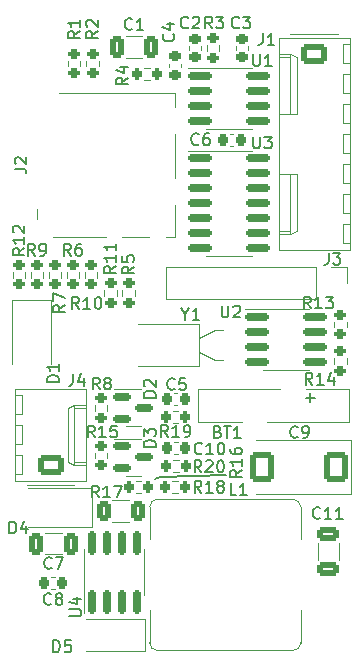
<source format=gto>
G04 #@! TF.GenerationSoftware,KiCad,Pcbnew,6.0.0-d3dd2cf0fa~116~ubuntu18.04.1*
G04 #@! TF.CreationDate,2023-02-13T16:22:56+00:00*
G04 #@! TF.ProjectId,RemoteESP32,52656d6f-7465-4455-9350-33322e6b6963,rev?*
G04 #@! TF.SameCoordinates,Original*
G04 #@! TF.FileFunction,Legend,Top*
G04 #@! TF.FilePolarity,Positive*
%FSLAX46Y46*%
G04 Gerber Fmt 4.6, Leading zero omitted, Abs format (unit mm)*
G04 Created by KiCad (PCBNEW 6.0.0-d3dd2cf0fa~116~ubuntu18.04.1) date 2023-02-13 16:22:56*
%MOMM*%
%LPD*%
G01*
G04 APERTURE LIST*
G04 Aperture macros list*
%AMRoundRect*
0 Rectangle with rounded corners*
0 $1 Rounding radius*
0 $2 $3 $4 $5 $6 $7 $8 $9 X,Y pos of 4 corners*
0 Add a 4 corners polygon primitive as box body*
4,1,4,$2,$3,$4,$5,$6,$7,$8,$9,$2,$3,0*
0 Add four circle primitives for the rounded corners*
1,1,$1+$1,$2,$3*
1,1,$1+$1,$4,$5*
1,1,$1+$1,$6,$7*
1,1,$1+$1,$8,$9*
0 Add four rect primitives between the rounded corners*
20,1,$1+$1,$2,$3,$4,$5,0*
20,1,$1+$1,$4,$5,$6,$7,0*
20,1,$1+$1,$6,$7,$8,$9,0*
20,1,$1+$1,$8,$9,$2,$3,0*%
G04 Aperture macros list end*
%ADD10C,0.150000*%
%ADD11C,0.120000*%
%ADD12R,1.200000X1.200000*%
%ADD13R,10.500000X3.200000*%
%ADD14C,1.000000*%
%ADD15RoundRect,0.225000X-0.250000X0.225000X-0.250000X-0.225000X0.250000X-0.225000X0.250000X0.225000X0*%
%ADD16RoundRect,0.200000X-0.275000X0.200000X-0.275000X-0.200000X0.275000X-0.200000X0.275000X0.200000X0*%
%ADD17RoundRect,0.150000X-0.825000X-0.150000X0.825000X-0.150000X0.825000X0.150000X-0.825000X0.150000X0*%
%ADD18RoundRect,0.200000X0.275000X-0.200000X0.275000X0.200000X-0.275000X0.200000X-0.275000X-0.200000X0*%
%ADD19RoundRect,0.150000X-0.587500X-0.150000X0.587500X-0.150000X0.587500X0.150000X-0.587500X0.150000X0*%
%ADD20RoundRect,0.225000X0.225000X0.250000X-0.225000X0.250000X-0.225000X-0.250000X0.225000X-0.250000X0*%
%ADD21RoundRect,0.200000X0.200000X0.275000X-0.200000X0.275000X-0.200000X-0.275000X0.200000X-0.275000X0*%
%ADD22R,1.700000X1.700000*%
%ADD23O,1.700000X1.700000*%
%ADD24R,1.400000X2.100000*%
%ADD25RoundRect,0.250000X0.312500X0.625000X-0.312500X0.625000X-0.312500X-0.625000X0.312500X-0.625000X0*%
%ADD26C,2.200000*%
%ADD27R,1.800000X2.500000*%
%ADD28R,2.900000X5.400000*%
%ADD29R,2.500000X1.800000*%
%ADD30RoundRect,0.225000X-0.225000X-0.250000X0.225000X-0.250000X0.225000X0.250000X-0.225000X0.250000X0*%
%ADD31RoundRect,0.250000X0.787500X1.025000X-0.787500X1.025000X-0.787500X-1.025000X0.787500X-1.025000X0*%
%ADD32R,1.100000X0.850000*%
%ADD33R,1.100000X0.750000*%
%ADD34R,1.000000X1.200000*%
%ADD35R,1.800000X1.170000*%
%ADD36R,1.350000X1.900000*%
%ADD37R,1.350000X1.550000*%
%ADD38R,1.600000X1.600000*%
%ADD39C,1.600000*%
%ADD40RoundRect,0.250000X0.325000X0.650000X-0.325000X0.650000X-0.325000X-0.650000X0.325000X-0.650000X0*%
%ADD41RoundRect,0.200000X-0.200000X-0.275000X0.200000X-0.275000X0.200000X0.275000X-0.200000X0.275000X0*%
%ADD42RoundRect,0.250000X0.845000X-0.620000X0.845000X0.620000X-0.845000X0.620000X-0.845000X-0.620000X0*%
%ADD43O,2.190000X1.740000*%
%ADD44RoundRect,0.150000X0.150000X-0.825000X0.150000X0.825000X-0.150000X0.825000X-0.150000X-0.825000X0*%
%ADD45RoundRect,0.250000X-0.650000X0.325000X-0.650000X-0.325000X0.650000X-0.325000X0.650000X0.325000X0*%
%ADD46RoundRect,0.250000X-0.845000X0.620000X-0.845000X-0.620000X0.845000X-0.620000X0.845000X0.620000X0*%
G04 APERTURE END LIST*
D10*
X140665200Y-120040400D02*
X141122400Y-119837200D01*
X141122400Y-119837200D02*
X146710400Y-119684800D01*
X143237009Y-106046590D02*
X143237009Y-106522780D01*
X142903676Y-105522780D02*
X143237009Y-106046590D01*
X143570342Y-105522780D01*
X144427485Y-106522780D02*
X143856057Y-106522780D01*
X144141771Y-106522780D02*
X144141771Y-105522780D01*
X144046533Y-105665638D01*
X143951295Y-105760876D01*
X143856057Y-105808495D01*
X147788333Y-81764142D02*
X147740714Y-81811761D01*
X147597857Y-81859380D01*
X147502619Y-81859380D01*
X147359761Y-81811761D01*
X147264523Y-81716523D01*
X147216904Y-81621285D01*
X147169285Y-81430809D01*
X147169285Y-81287952D01*
X147216904Y-81097476D01*
X147264523Y-81002238D01*
X147359761Y-80907000D01*
X147502619Y-80859380D01*
X147597857Y-80859380D01*
X147740714Y-80907000D01*
X147788333Y-80954619D01*
X148121666Y-80859380D02*
X148740714Y-80859380D01*
X148407380Y-81240333D01*
X148550238Y-81240333D01*
X148645476Y-81287952D01*
X148693095Y-81335571D01*
X148740714Y-81430809D01*
X148740714Y-81668904D01*
X148693095Y-81764142D01*
X148645476Y-81811761D01*
X148550238Y-81859380D01*
X148264523Y-81859380D01*
X148169285Y-81811761D01*
X148121666Y-81764142D01*
X130490933Y-101087180D02*
X130157600Y-100610990D01*
X129919504Y-101087180D02*
X129919504Y-100087180D01*
X130300457Y-100087180D01*
X130395695Y-100134800D01*
X130443314Y-100182419D01*
X130490933Y-100277657D01*
X130490933Y-100420514D01*
X130443314Y-100515752D01*
X130395695Y-100563371D01*
X130300457Y-100610990D01*
X129919504Y-100610990D01*
X130967123Y-101087180D02*
X131157600Y-101087180D01*
X131252838Y-101039561D01*
X131300457Y-100991942D01*
X131395695Y-100849085D01*
X131443314Y-100658609D01*
X131443314Y-100277657D01*
X131395695Y-100182419D01*
X131348076Y-100134800D01*
X131252838Y-100087180D01*
X131062361Y-100087180D01*
X130967123Y-100134800D01*
X130919504Y-100182419D01*
X130871885Y-100277657D01*
X130871885Y-100515752D01*
X130919504Y-100610990D01*
X130967123Y-100658609D01*
X131062361Y-100706228D01*
X131252838Y-100706228D01*
X131348076Y-100658609D01*
X131395695Y-100610990D01*
X131443314Y-100515752D01*
X148971095Y-91019380D02*
X148971095Y-91828904D01*
X149018714Y-91924142D01*
X149066333Y-91971761D01*
X149161571Y-92019380D01*
X149352047Y-92019380D01*
X149447285Y-91971761D01*
X149494904Y-91924142D01*
X149542523Y-91828904D01*
X149542523Y-91019380D01*
X149923476Y-91019380D02*
X150542523Y-91019380D01*
X150209190Y-91400333D01*
X150352047Y-91400333D01*
X150447285Y-91447952D01*
X150494904Y-91495571D01*
X150542523Y-91590809D01*
X150542523Y-91828904D01*
X150494904Y-91924142D01*
X150447285Y-91971761D01*
X150352047Y-92019380D01*
X150066333Y-92019380D01*
X149971095Y-91971761D01*
X149923476Y-91924142D01*
X137358380Y-101988857D02*
X136882190Y-102322190D01*
X137358380Y-102560285D02*
X136358380Y-102560285D01*
X136358380Y-102179333D01*
X136406000Y-102084095D01*
X136453619Y-102036476D01*
X136548857Y-101988857D01*
X136691714Y-101988857D01*
X136786952Y-102036476D01*
X136834571Y-102084095D01*
X136882190Y-102179333D01*
X136882190Y-102560285D01*
X137358380Y-101036476D02*
X137358380Y-101607904D01*
X137358380Y-101322190D02*
X136358380Y-101322190D01*
X136501238Y-101417428D01*
X136596476Y-101512666D01*
X136644095Y-101607904D01*
X137358380Y-100084095D02*
X137358380Y-100655523D01*
X137358380Y-100369809D02*
X136358380Y-100369809D01*
X136501238Y-100465047D01*
X136596476Y-100560285D01*
X136644095Y-100655523D01*
X145502333Y-81859380D02*
X145169000Y-81383190D01*
X144930904Y-81859380D02*
X144930904Y-80859380D01*
X145311857Y-80859380D01*
X145407095Y-80907000D01*
X145454714Y-80954619D01*
X145502333Y-81049857D01*
X145502333Y-81192714D01*
X145454714Y-81287952D01*
X145407095Y-81335571D01*
X145311857Y-81383190D01*
X144930904Y-81383190D01*
X145835666Y-80859380D02*
X146454714Y-80859380D01*
X146121380Y-81240333D01*
X146264238Y-81240333D01*
X146359476Y-81287952D01*
X146407095Y-81335571D01*
X146454714Y-81430809D01*
X146454714Y-81668904D01*
X146407095Y-81764142D01*
X146359476Y-81811761D01*
X146264238Y-81859380D01*
X145978523Y-81859380D01*
X145883285Y-81811761D01*
X145835666Y-81764142D01*
X140711180Y-113107695D02*
X139711180Y-113107695D01*
X139711180Y-112869600D01*
X139758800Y-112726742D01*
X139854038Y-112631504D01*
X139949276Y-112583885D01*
X140139752Y-112536266D01*
X140282609Y-112536266D01*
X140473085Y-112583885D01*
X140568323Y-112631504D01*
X140663561Y-112726742D01*
X140711180Y-112869600D01*
X140711180Y-113107695D01*
X139806419Y-112155314D02*
X139758800Y-112107695D01*
X139711180Y-112012457D01*
X139711180Y-111774361D01*
X139758800Y-111679123D01*
X139806419Y-111631504D01*
X139901657Y-111583885D01*
X139996895Y-111583885D01*
X140139752Y-111631504D01*
X140711180Y-112202933D01*
X140711180Y-111583885D01*
X131862533Y-130565142D02*
X131814914Y-130612761D01*
X131672057Y-130660380D01*
X131576819Y-130660380D01*
X131433961Y-130612761D01*
X131338723Y-130517523D01*
X131291104Y-130422285D01*
X131243485Y-130231809D01*
X131243485Y-130088952D01*
X131291104Y-129898476D01*
X131338723Y-129803238D01*
X131433961Y-129708000D01*
X131576819Y-129660380D01*
X131672057Y-129660380D01*
X131814914Y-129708000D01*
X131862533Y-129755619D01*
X132433961Y-130088952D02*
X132338723Y-130041333D01*
X132291104Y-129993714D01*
X132243485Y-129898476D01*
X132243485Y-129850857D01*
X132291104Y-129755619D01*
X132338723Y-129708000D01*
X132433961Y-129660380D01*
X132624438Y-129660380D01*
X132719676Y-129708000D01*
X132767295Y-129755619D01*
X132814914Y-129850857D01*
X132814914Y-129898476D01*
X132767295Y-129993714D01*
X132719676Y-130041333D01*
X132624438Y-130088952D01*
X132433961Y-130088952D01*
X132338723Y-130136571D01*
X132291104Y-130184190D01*
X132243485Y-130279428D01*
X132243485Y-130469904D01*
X132291104Y-130565142D01*
X132338723Y-130612761D01*
X132433961Y-130660380D01*
X132624438Y-130660380D01*
X132719676Y-130612761D01*
X132767295Y-130565142D01*
X132814914Y-130469904D01*
X132814914Y-130279428D01*
X132767295Y-130184190D01*
X132719676Y-130136571D01*
X132624438Y-130088952D01*
X138374380Y-86018666D02*
X137898190Y-86352000D01*
X138374380Y-86590095D02*
X137374380Y-86590095D01*
X137374380Y-86209142D01*
X137422000Y-86113904D01*
X137469619Y-86066285D01*
X137564857Y-86018666D01*
X137707714Y-86018666D01*
X137802952Y-86066285D01*
X137850571Y-86113904D01*
X137898190Y-86209142D01*
X137898190Y-86590095D01*
X137707714Y-85161523D02*
X138374380Y-85161523D01*
X137326761Y-85399619D02*
X138041047Y-85637714D01*
X138041047Y-85018666D01*
X155368666Y-100849180D02*
X155368666Y-101563466D01*
X155321047Y-101706323D01*
X155225809Y-101801561D01*
X155082952Y-101849180D01*
X154987714Y-101849180D01*
X155749619Y-100849180D02*
X156368666Y-100849180D01*
X156035333Y-101230133D01*
X156178190Y-101230133D01*
X156273428Y-101277752D01*
X156321047Y-101325371D01*
X156368666Y-101420609D01*
X156368666Y-101658704D01*
X156321047Y-101753942D01*
X156273428Y-101801561D01*
X156178190Y-101849180D01*
X155892476Y-101849180D01*
X155797238Y-101801561D01*
X155749619Y-101753942D01*
X142216142Y-82335666D02*
X142263761Y-82383285D01*
X142311380Y-82526142D01*
X142311380Y-82621380D01*
X142263761Y-82764238D01*
X142168523Y-82859476D01*
X142073285Y-82907095D01*
X141882809Y-82954714D01*
X141739952Y-82954714D01*
X141549476Y-82907095D01*
X141454238Y-82859476D01*
X141359000Y-82764238D01*
X141311380Y-82621380D01*
X141311380Y-82526142D01*
X141359000Y-82383285D01*
X141406619Y-82335666D01*
X141644714Y-81478523D02*
X142311380Y-81478523D01*
X141263761Y-81716619D02*
X141978047Y-81954714D01*
X141978047Y-81335666D01*
X129611380Y-100464857D02*
X129135190Y-100798190D01*
X129611380Y-101036285D02*
X128611380Y-101036285D01*
X128611380Y-100655333D01*
X128659000Y-100560095D01*
X128706619Y-100512476D01*
X128801857Y-100464857D01*
X128944714Y-100464857D01*
X129039952Y-100512476D01*
X129087571Y-100560095D01*
X129135190Y-100655333D01*
X129135190Y-101036285D01*
X129611380Y-99512476D02*
X129611380Y-100083904D01*
X129611380Y-99798190D02*
X128611380Y-99798190D01*
X128754238Y-99893428D01*
X128849476Y-99988666D01*
X128897095Y-100083904D01*
X128706619Y-99131523D02*
X128659000Y-99083904D01*
X128611380Y-98988666D01*
X128611380Y-98750571D01*
X128659000Y-98655333D01*
X128706619Y-98607714D01*
X128801857Y-98560095D01*
X128897095Y-98560095D01*
X129039952Y-98607714D01*
X129611380Y-99179142D01*
X129611380Y-98560095D01*
X143470333Y-81764142D02*
X143422714Y-81811761D01*
X143279857Y-81859380D01*
X143184619Y-81859380D01*
X143041761Y-81811761D01*
X142946523Y-81716523D01*
X142898904Y-81621285D01*
X142851285Y-81430809D01*
X142851285Y-81287952D01*
X142898904Y-81097476D01*
X142946523Y-81002238D01*
X143041761Y-80907000D01*
X143184619Y-80859380D01*
X143279857Y-80859380D01*
X143422714Y-80907000D01*
X143470333Y-80954619D01*
X143851285Y-80954619D02*
X143898904Y-80907000D01*
X143994142Y-80859380D01*
X144232238Y-80859380D01*
X144327476Y-80907000D01*
X144375095Y-80954619D01*
X144422714Y-81049857D01*
X144422714Y-81145095D01*
X144375095Y-81287952D01*
X143803666Y-81859380D01*
X144422714Y-81859380D01*
X132053104Y-134665980D02*
X132053104Y-133665980D01*
X132291200Y-133665980D01*
X132434057Y-133713600D01*
X132529295Y-133808838D01*
X132576914Y-133904076D01*
X132624533Y-134094552D01*
X132624533Y-134237409D01*
X132576914Y-134427885D01*
X132529295Y-134523123D01*
X132434057Y-134618361D01*
X132291200Y-134665980D01*
X132053104Y-134665980D01*
X133529295Y-133665980D02*
X133053104Y-133665980D01*
X133005485Y-134142171D01*
X133053104Y-134094552D01*
X133148342Y-134046933D01*
X133386438Y-134046933D01*
X133481676Y-134094552D01*
X133529295Y-134142171D01*
X133576914Y-134237409D01*
X133576914Y-134475504D01*
X133529295Y-134570742D01*
X133481676Y-134618361D01*
X133386438Y-134665980D01*
X133148342Y-134665980D01*
X133053104Y-134618361D01*
X133005485Y-134570742D01*
X134231142Y-105608380D02*
X133897809Y-105132190D01*
X133659714Y-105608380D02*
X133659714Y-104608380D01*
X134040666Y-104608380D01*
X134135904Y-104656000D01*
X134183523Y-104703619D01*
X134231142Y-104798857D01*
X134231142Y-104941714D01*
X134183523Y-105036952D01*
X134135904Y-105084571D01*
X134040666Y-105132190D01*
X133659714Y-105132190D01*
X135183523Y-105608380D02*
X134612095Y-105608380D01*
X134897809Y-105608380D02*
X134897809Y-104608380D01*
X134802571Y-104751238D01*
X134707333Y-104846476D01*
X134612095Y-104894095D01*
X135802571Y-104608380D02*
X135897809Y-104608380D01*
X135993047Y-104656000D01*
X136040666Y-104703619D01*
X136088285Y-104798857D01*
X136135904Y-104989333D01*
X136135904Y-105227428D01*
X136088285Y-105417904D01*
X136040666Y-105513142D01*
X135993047Y-105560761D01*
X135897809Y-105608380D01*
X135802571Y-105608380D01*
X135707333Y-105560761D01*
X135659714Y-105513142D01*
X135612095Y-105417904D01*
X135564476Y-105227428D01*
X135564476Y-104989333D01*
X135612095Y-104798857D01*
X135659714Y-104703619D01*
X135707333Y-104656000D01*
X135802571Y-104608380D01*
X135907542Y-121559580D02*
X135574209Y-121083390D01*
X135336114Y-121559580D02*
X135336114Y-120559580D01*
X135717066Y-120559580D01*
X135812304Y-120607200D01*
X135859923Y-120654819D01*
X135907542Y-120750057D01*
X135907542Y-120892914D01*
X135859923Y-120988152D01*
X135812304Y-121035771D01*
X135717066Y-121083390D01*
X135336114Y-121083390D01*
X136859923Y-121559580D02*
X136288495Y-121559580D01*
X136574209Y-121559580D02*
X136574209Y-120559580D01*
X136478971Y-120702438D01*
X136383733Y-120797676D01*
X136288495Y-120845295D01*
X137193257Y-120559580D02*
X137859923Y-120559580D01*
X137431352Y-121559580D01*
X144594342Y-119425980D02*
X144261009Y-118949790D01*
X144022914Y-119425980D02*
X144022914Y-118425980D01*
X144403866Y-118425980D01*
X144499104Y-118473600D01*
X144546723Y-118521219D01*
X144594342Y-118616457D01*
X144594342Y-118759314D01*
X144546723Y-118854552D01*
X144499104Y-118902171D01*
X144403866Y-118949790D01*
X144022914Y-118949790D01*
X144975295Y-118521219D02*
X145022914Y-118473600D01*
X145118152Y-118425980D01*
X145356247Y-118425980D01*
X145451485Y-118473600D01*
X145499104Y-118521219D01*
X145546723Y-118616457D01*
X145546723Y-118711695D01*
X145499104Y-118854552D01*
X144927676Y-119425980D01*
X145546723Y-119425980D01*
X146165771Y-118425980D02*
X146261009Y-118425980D01*
X146356247Y-118473600D01*
X146403866Y-118521219D01*
X146451485Y-118616457D01*
X146499104Y-118806933D01*
X146499104Y-119045028D01*
X146451485Y-119235504D01*
X146403866Y-119330742D01*
X146356247Y-119378361D01*
X146261009Y-119425980D01*
X146165771Y-119425980D01*
X146070533Y-119378361D01*
X146022914Y-119330742D01*
X145975295Y-119235504D01*
X145927676Y-119045028D01*
X145927676Y-118806933D01*
X145975295Y-118616457D01*
X146022914Y-118521219D01*
X146070533Y-118473600D01*
X146165771Y-118425980D01*
X141749542Y-116428780D02*
X141416209Y-115952590D01*
X141178114Y-116428780D02*
X141178114Y-115428780D01*
X141559066Y-115428780D01*
X141654304Y-115476400D01*
X141701923Y-115524019D01*
X141749542Y-115619257D01*
X141749542Y-115762114D01*
X141701923Y-115857352D01*
X141654304Y-115904971D01*
X141559066Y-115952590D01*
X141178114Y-115952590D01*
X142701923Y-116428780D02*
X142130495Y-116428780D01*
X142416209Y-116428780D02*
X142416209Y-115428780D01*
X142320971Y-115571638D01*
X142225733Y-115666876D01*
X142130495Y-115714495D01*
X143178114Y-116428780D02*
X143368590Y-116428780D01*
X143463828Y-116381161D01*
X143511447Y-116333542D01*
X143606685Y-116190685D01*
X143654304Y-116000209D01*
X143654304Y-115619257D01*
X143606685Y-115524019D01*
X143559066Y-115476400D01*
X143463828Y-115428780D01*
X143273352Y-115428780D01*
X143178114Y-115476400D01*
X143130495Y-115524019D01*
X143082876Y-115619257D01*
X143082876Y-115857352D01*
X143130495Y-115952590D01*
X143178114Y-116000209D01*
X143273352Y-116047828D01*
X143463828Y-116047828D01*
X143559066Y-116000209D01*
X143606685Y-115952590D01*
X143654304Y-115857352D01*
X135977333Y-112415580D02*
X135644000Y-111939390D01*
X135405904Y-112415580D02*
X135405904Y-111415580D01*
X135786857Y-111415580D01*
X135882095Y-111463200D01*
X135929714Y-111510819D01*
X135977333Y-111606057D01*
X135977333Y-111748914D01*
X135929714Y-111844152D01*
X135882095Y-111891771D01*
X135786857Y-111939390D01*
X135405904Y-111939390D01*
X136548761Y-111844152D02*
X136453523Y-111796533D01*
X136405904Y-111748914D01*
X136358285Y-111653676D01*
X136358285Y-111606057D01*
X136405904Y-111510819D01*
X136453523Y-111463200D01*
X136548761Y-111415580D01*
X136739238Y-111415580D01*
X136834476Y-111463200D01*
X136882095Y-111510819D01*
X136929714Y-111606057D01*
X136929714Y-111653676D01*
X136882095Y-111748914D01*
X136834476Y-111796533D01*
X136739238Y-111844152D01*
X136548761Y-111844152D01*
X136453523Y-111891771D01*
X136405904Y-111939390D01*
X136358285Y-112034628D01*
X136358285Y-112225104D01*
X136405904Y-112320342D01*
X136453523Y-112367961D01*
X136548761Y-112415580D01*
X136739238Y-112415580D01*
X136834476Y-112367961D01*
X136882095Y-112320342D01*
X136929714Y-112225104D01*
X136929714Y-112034628D01*
X136882095Y-111939390D01*
X136834476Y-111891771D01*
X136739238Y-111844152D01*
X132532380Y-111786895D02*
X131532380Y-111786895D01*
X131532380Y-111548800D01*
X131580000Y-111405942D01*
X131675238Y-111310704D01*
X131770476Y-111263085D01*
X131960952Y-111215466D01*
X132103809Y-111215466D01*
X132294285Y-111263085D01*
X132389523Y-111310704D01*
X132484761Y-111405942D01*
X132532380Y-111548800D01*
X132532380Y-111786895D01*
X132532380Y-110263085D02*
X132532380Y-110834514D01*
X132532380Y-110548800D02*
X131532380Y-110548800D01*
X131675238Y-110644038D01*
X131770476Y-110739276D01*
X131818095Y-110834514D01*
X146304095Y-105319580D02*
X146304095Y-106129104D01*
X146351714Y-106224342D01*
X146399333Y-106271961D01*
X146494571Y-106319580D01*
X146685047Y-106319580D01*
X146780285Y-106271961D01*
X146827904Y-106224342D01*
X146875523Y-106129104D01*
X146875523Y-105319580D01*
X147304095Y-105414819D02*
X147351714Y-105367200D01*
X147446952Y-105319580D01*
X147685047Y-105319580D01*
X147780285Y-105367200D01*
X147827904Y-105414819D01*
X147875523Y-105510057D01*
X147875523Y-105605295D01*
X147827904Y-105748152D01*
X147256476Y-106319580D01*
X147875523Y-106319580D01*
X147559733Y-121356380D02*
X147083542Y-121356380D01*
X147083542Y-120356380D01*
X148416876Y-121356380D02*
X147845447Y-121356380D01*
X148131161Y-121356380D02*
X148131161Y-120356380D01*
X148035923Y-120499238D01*
X147940685Y-120594476D01*
X147845447Y-120642095D01*
X133040380Y-105271866D02*
X132564190Y-105605200D01*
X133040380Y-105843295D02*
X132040380Y-105843295D01*
X132040380Y-105462342D01*
X132088000Y-105367104D01*
X132135619Y-105319485D01*
X132230857Y-105271866D01*
X132373714Y-105271866D01*
X132468952Y-105319485D01*
X132516571Y-105367104D01*
X132564190Y-105462342D01*
X132564190Y-105843295D01*
X132040380Y-104938533D02*
X132040380Y-104271866D01*
X133040380Y-104700438D01*
X128344704Y-124607580D02*
X128344704Y-123607580D01*
X128582800Y-123607580D01*
X128725657Y-123655200D01*
X128820895Y-123750438D01*
X128868514Y-123845676D01*
X128916133Y-124036152D01*
X128916133Y-124179009D01*
X128868514Y-124369485D01*
X128820895Y-124464723D01*
X128725657Y-124559961D01*
X128582800Y-124607580D01*
X128344704Y-124607580D01*
X129773276Y-123940914D02*
X129773276Y-124607580D01*
X129535180Y-123559961D02*
X129297085Y-124274247D01*
X129916133Y-124274247D01*
X144359333Y-91644742D02*
X144311714Y-91692361D01*
X144168857Y-91739980D01*
X144073619Y-91739980D01*
X143930761Y-91692361D01*
X143835523Y-91597123D01*
X143787904Y-91501885D01*
X143740285Y-91311409D01*
X143740285Y-91168552D01*
X143787904Y-90978076D01*
X143835523Y-90882838D01*
X143930761Y-90787600D01*
X144073619Y-90739980D01*
X144168857Y-90739980D01*
X144311714Y-90787600D01*
X144359333Y-90835219D01*
X145216476Y-90739980D02*
X145026000Y-90739980D01*
X144930761Y-90787600D01*
X144883142Y-90835219D01*
X144787904Y-90978076D01*
X144740285Y-91168552D01*
X144740285Y-91549504D01*
X144787904Y-91644742D01*
X144835523Y-91692361D01*
X144930761Y-91739980D01*
X145121238Y-91739980D01*
X145216476Y-91692361D01*
X145264095Y-91644742D01*
X145311714Y-91549504D01*
X145311714Y-91311409D01*
X145264095Y-91216171D01*
X145216476Y-91168552D01*
X145121238Y-91120933D01*
X144930761Y-91120933D01*
X144835523Y-91168552D01*
X144787904Y-91216171D01*
X144740285Y-91311409D01*
X152741333Y-116435142D02*
X152693714Y-116482761D01*
X152550857Y-116530380D01*
X152455619Y-116530380D01*
X152312761Y-116482761D01*
X152217523Y-116387523D01*
X152169904Y-116292285D01*
X152122285Y-116101809D01*
X152122285Y-115958952D01*
X152169904Y-115768476D01*
X152217523Y-115673238D01*
X152312761Y-115578000D01*
X152455619Y-115530380D01*
X152550857Y-115530380D01*
X152693714Y-115578000D01*
X152741333Y-115625619D01*
X153217523Y-116530380D02*
X153408000Y-116530380D01*
X153503238Y-116482761D01*
X153550857Y-116435142D01*
X153646095Y-116292285D01*
X153693714Y-116101809D01*
X153693714Y-115720857D01*
X153646095Y-115625619D01*
X153598476Y-115578000D01*
X153503238Y-115530380D01*
X153312761Y-115530380D01*
X153217523Y-115578000D01*
X153169904Y-115625619D01*
X153122285Y-115720857D01*
X153122285Y-115958952D01*
X153169904Y-116054190D01*
X153217523Y-116101809D01*
X153312761Y-116149428D01*
X153503238Y-116149428D01*
X153598476Y-116101809D01*
X153646095Y-116054190D01*
X153693714Y-115958952D01*
X140711180Y-117273295D02*
X139711180Y-117273295D01*
X139711180Y-117035200D01*
X139758800Y-116892342D01*
X139854038Y-116797104D01*
X139949276Y-116749485D01*
X140139752Y-116701866D01*
X140282609Y-116701866D01*
X140473085Y-116749485D01*
X140568323Y-116797104D01*
X140663561Y-116892342D01*
X140711180Y-117035200D01*
X140711180Y-117273295D01*
X139711180Y-116368533D02*
X139711180Y-115749485D01*
X140092133Y-116082819D01*
X140092133Y-115939961D01*
X140139752Y-115844723D01*
X140187371Y-115797104D01*
X140282609Y-115749485D01*
X140520704Y-115749485D01*
X140615942Y-115797104D01*
X140663561Y-115844723D01*
X140711180Y-115939961D01*
X140711180Y-116225676D01*
X140663561Y-116320914D01*
X140615942Y-116368533D01*
X128771980Y-93744133D02*
X129486266Y-93744133D01*
X129629123Y-93791752D01*
X129724361Y-93886990D01*
X129771980Y-94029847D01*
X129771980Y-94125085D01*
X128867219Y-93315561D02*
X128819600Y-93267942D01*
X128771980Y-93172704D01*
X128771980Y-92934609D01*
X128819600Y-92839371D01*
X128867219Y-92791752D01*
X128962457Y-92744133D01*
X129057695Y-92744133D01*
X129200552Y-92791752D01*
X129771980Y-93363180D01*
X129771980Y-92744133D01*
X145975485Y-116006571D02*
X146118342Y-116054190D01*
X146165961Y-116101809D01*
X146213580Y-116197047D01*
X146213580Y-116339904D01*
X146165961Y-116435142D01*
X146118342Y-116482761D01*
X146023104Y-116530380D01*
X145642152Y-116530380D01*
X145642152Y-115530380D01*
X145975485Y-115530380D01*
X146070723Y-115578000D01*
X146118342Y-115625619D01*
X146165961Y-115720857D01*
X146165961Y-115816095D01*
X146118342Y-115911333D01*
X146070723Y-115958952D01*
X145975485Y-116006571D01*
X145642152Y-116006571D01*
X146499295Y-115530380D02*
X147070723Y-115530380D01*
X146785009Y-116530380D02*
X146785009Y-115530380D01*
X147927866Y-116530380D02*
X147356438Y-116530380D01*
X147642152Y-116530380D02*
X147642152Y-115530380D01*
X147546914Y-115673238D01*
X147451676Y-115768476D01*
X147356438Y-115816095D01*
X153427647Y-113128028D02*
X154189552Y-113128028D01*
X153808600Y-113508980D02*
X153808600Y-112747076D01*
X131913333Y-127509542D02*
X131865714Y-127557161D01*
X131722857Y-127604780D01*
X131627619Y-127604780D01*
X131484761Y-127557161D01*
X131389523Y-127461923D01*
X131341904Y-127366685D01*
X131294285Y-127176209D01*
X131294285Y-127033352D01*
X131341904Y-126842876D01*
X131389523Y-126747638D01*
X131484761Y-126652400D01*
X131627619Y-126604780D01*
X131722857Y-126604780D01*
X131865714Y-126652400D01*
X131913333Y-126700019D01*
X132246666Y-126604780D02*
X132913333Y-126604780D01*
X132484761Y-127604780D01*
X138882380Y-102020666D02*
X138406190Y-102354000D01*
X138882380Y-102592095D02*
X137882380Y-102592095D01*
X137882380Y-102211142D01*
X137930000Y-102115904D01*
X137977619Y-102068285D01*
X138072857Y-102020666D01*
X138215714Y-102020666D01*
X138310952Y-102068285D01*
X138358571Y-102115904D01*
X138406190Y-102211142D01*
X138406190Y-102592095D01*
X137882380Y-101115904D02*
X137882380Y-101592095D01*
X138358571Y-101639714D01*
X138310952Y-101592095D01*
X138263333Y-101496857D01*
X138263333Y-101258761D01*
X138310952Y-101163523D01*
X138358571Y-101115904D01*
X138453809Y-101068285D01*
X138691904Y-101068285D01*
X138787142Y-101115904D01*
X138834761Y-101163523D01*
X138882380Y-101258761D01*
X138882380Y-101496857D01*
X138834761Y-101592095D01*
X138787142Y-101639714D01*
X148026380Y-119260857D02*
X147550190Y-119594190D01*
X148026380Y-119832285D02*
X147026380Y-119832285D01*
X147026380Y-119451333D01*
X147074000Y-119356095D01*
X147121619Y-119308476D01*
X147216857Y-119260857D01*
X147359714Y-119260857D01*
X147454952Y-119308476D01*
X147502571Y-119356095D01*
X147550190Y-119451333D01*
X147550190Y-119832285D01*
X148026380Y-118308476D02*
X148026380Y-118879904D01*
X148026380Y-118594190D02*
X147026380Y-118594190D01*
X147169238Y-118689428D01*
X147264476Y-118784666D01*
X147312095Y-118879904D01*
X147026380Y-117451333D02*
X147026380Y-117641809D01*
X147074000Y-117737047D01*
X147121619Y-117784666D01*
X147264476Y-117879904D01*
X147454952Y-117927523D01*
X147835904Y-117927523D01*
X147931142Y-117879904D01*
X147978761Y-117832285D01*
X148026380Y-117737047D01*
X148026380Y-117546571D01*
X147978761Y-117451333D01*
X147931142Y-117403714D01*
X147835904Y-117356095D01*
X147597809Y-117356095D01*
X147502571Y-117403714D01*
X147454952Y-117451333D01*
X147407333Y-117546571D01*
X147407333Y-117737047D01*
X147454952Y-117832285D01*
X147502571Y-117879904D01*
X147597809Y-117927523D01*
X142327333Y-112371142D02*
X142279714Y-112418761D01*
X142136857Y-112466380D01*
X142041619Y-112466380D01*
X141898761Y-112418761D01*
X141803523Y-112323523D01*
X141755904Y-112228285D01*
X141708285Y-112037809D01*
X141708285Y-111894952D01*
X141755904Y-111704476D01*
X141803523Y-111609238D01*
X141898761Y-111514000D01*
X142041619Y-111466380D01*
X142136857Y-111466380D01*
X142279714Y-111514000D01*
X142327333Y-111561619D01*
X143232095Y-111466380D02*
X142755904Y-111466380D01*
X142708285Y-111942571D01*
X142755904Y-111894952D01*
X142851142Y-111847333D01*
X143089238Y-111847333D01*
X143184476Y-111894952D01*
X143232095Y-111942571D01*
X143279714Y-112037809D01*
X143279714Y-112275904D01*
X143232095Y-112371142D01*
X143184476Y-112418761D01*
X143089238Y-112466380D01*
X142851142Y-112466380D01*
X142755904Y-112418761D01*
X142708285Y-112371142D01*
X153839942Y-105557580D02*
X153506609Y-105081390D01*
X153268514Y-105557580D02*
X153268514Y-104557580D01*
X153649466Y-104557580D01*
X153744704Y-104605200D01*
X153792323Y-104652819D01*
X153839942Y-104748057D01*
X153839942Y-104890914D01*
X153792323Y-104986152D01*
X153744704Y-105033771D01*
X153649466Y-105081390D01*
X153268514Y-105081390D01*
X154792323Y-105557580D02*
X154220895Y-105557580D01*
X154506609Y-105557580D02*
X154506609Y-104557580D01*
X154411371Y-104700438D01*
X154316133Y-104795676D01*
X154220895Y-104843295D01*
X155125657Y-104557580D02*
X155744704Y-104557580D01*
X155411371Y-104938533D01*
X155554228Y-104938533D01*
X155649466Y-104986152D01*
X155697085Y-105033771D01*
X155744704Y-105129009D01*
X155744704Y-105367104D01*
X155697085Y-105462342D01*
X155649466Y-105509961D01*
X155554228Y-105557580D01*
X155268514Y-105557580D01*
X155173276Y-105509961D01*
X155125657Y-105462342D01*
X134310380Y-82081666D02*
X133834190Y-82415000D01*
X134310380Y-82653095D02*
X133310380Y-82653095D01*
X133310380Y-82272142D01*
X133358000Y-82176904D01*
X133405619Y-82129285D01*
X133500857Y-82081666D01*
X133643714Y-82081666D01*
X133738952Y-82129285D01*
X133786571Y-82176904D01*
X133834190Y-82272142D01*
X133834190Y-82653095D01*
X134310380Y-81129285D02*
X134310380Y-81700714D01*
X134310380Y-81415000D02*
X133310380Y-81415000D01*
X133453238Y-81510238D01*
X133548476Y-81605476D01*
X133596095Y-81700714D01*
X133727866Y-111110780D02*
X133727866Y-111825066D01*
X133680247Y-111967923D01*
X133585009Y-112063161D01*
X133442152Y-112110780D01*
X133346914Y-112110780D01*
X134632628Y-111444114D02*
X134632628Y-112110780D01*
X134394533Y-111063161D02*
X134156438Y-111777447D01*
X134775485Y-111777447D01*
X133411980Y-131622704D02*
X134221504Y-131622704D01*
X134316742Y-131575085D01*
X134364361Y-131527466D01*
X134411980Y-131432228D01*
X134411980Y-131241752D01*
X134364361Y-131146514D01*
X134316742Y-131098895D01*
X134221504Y-131051276D01*
X133411980Y-131051276D01*
X133745314Y-130146514D02*
X134411980Y-130146514D01*
X133364361Y-130384609D02*
X134078647Y-130622704D01*
X134078647Y-130003657D01*
X144645142Y-117832142D02*
X144597523Y-117879761D01*
X144454666Y-117927380D01*
X144359428Y-117927380D01*
X144216571Y-117879761D01*
X144121333Y-117784523D01*
X144073714Y-117689285D01*
X144026095Y-117498809D01*
X144026095Y-117355952D01*
X144073714Y-117165476D01*
X144121333Y-117070238D01*
X144216571Y-116975000D01*
X144359428Y-116927380D01*
X144454666Y-116927380D01*
X144597523Y-116975000D01*
X144645142Y-117022619D01*
X145597523Y-117927380D02*
X145026095Y-117927380D01*
X145311809Y-117927380D02*
X145311809Y-116927380D01*
X145216571Y-117070238D01*
X145121333Y-117165476D01*
X145026095Y-117213095D01*
X146216571Y-116927380D02*
X146311809Y-116927380D01*
X146407047Y-116975000D01*
X146454666Y-117022619D01*
X146502285Y-117117857D01*
X146549904Y-117308333D01*
X146549904Y-117546428D01*
X146502285Y-117736904D01*
X146454666Y-117832142D01*
X146407047Y-117879761D01*
X146311809Y-117927380D01*
X146216571Y-117927380D01*
X146121333Y-117879761D01*
X146073714Y-117832142D01*
X146026095Y-117736904D01*
X145978476Y-117546428D01*
X145978476Y-117308333D01*
X146026095Y-117117857D01*
X146073714Y-117022619D01*
X146121333Y-116975000D01*
X146216571Y-116927380D01*
X135551942Y-116479580D02*
X135218609Y-116003390D01*
X134980514Y-116479580D02*
X134980514Y-115479580D01*
X135361466Y-115479580D01*
X135456704Y-115527200D01*
X135504323Y-115574819D01*
X135551942Y-115670057D01*
X135551942Y-115812914D01*
X135504323Y-115908152D01*
X135456704Y-115955771D01*
X135361466Y-116003390D01*
X134980514Y-116003390D01*
X136504323Y-116479580D02*
X135932895Y-116479580D01*
X136218609Y-116479580D02*
X136218609Y-115479580D01*
X136123371Y-115622438D01*
X136028133Y-115717676D01*
X135932895Y-115765295D01*
X137409085Y-115479580D02*
X136932895Y-115479580D01*
X136885276Y-115955771D01*
X136932895Y-115908152D01*
X137028133Y-115860533D01*
X137266228Y-115860533D01*
X137361466Y-115908152D01*
X137409085Y-115955771D01*
X137456704Y-116051009D01*
X137456704Y-116289104D01*
X137409085Y-116384342D01*
X137361466Y-116431961D01*
X137266228Y-116479580D01*
X137028133Y-116479580D01*
X136932895Y-116431961D01*
X136885276Y-116384342D01*
X144594342Y-121153180D02*
X144261009Y-120676990D01*
X144022914Y-121153180D02*
X144022914Y-120153180D01*
X144403866Y-120153180D01*
X144499104Y-120200800D01*
X144546723Y-120248419D01*
X144594342Y-120343657D01*
X144594342Y-120486514D01*
X144546723Y-120581752D01*
X144499104Y-120629371D01*
X144403866Y-120676990D01*
X144022914Y-120676990D01*
X145546723Y-121153180D02*
X144975295Y-121153180D01*
X145261009Y-121153180D02*
X145261009Y-120153180D01*
X145165771Y-120296038D01*
X145070533Y-120391276D01*
X144975295Y-120438895D01*
X146118152Y-120581752D02*
X146022914Y-120534133D01*
X145975295Y-120486514D01*
X145927676Y-120391276D01*
X145927676Y-120343657D01*
X145975295Y-120248419D01*
X146022914Y-120200800D01*
X146118152Y-120153180D01*
X146308628Y-120153180D01*
X146403866Y-120200800D01*
X146451485Y-120248419D01*
X146499104Y-120343657D01*
X146499104Y-120391276D01*
X146451485Y-120486514D01*
X146403866Y-120534133D01*
X146308628Y-120581752D01*
X146118152Y-120581752D01*
X146022914Y-120629371D01*
X145975295Y-120676990D01*
X145927676Y-120772228D01*
X145927676Y-120962704D01*
X145975295Y-121057942D01*
X146022914Y-121105561D01*
X146118152Y-121153180D01*
X146308628Y-121153180D01*
X146403866Y-121105561D01*
X146451485Y-121057942D01*
X146499104Y-120962704D01*
X146499104Y-120772228D01*
X146451485Y-120676990D01*
X146403866Y-120629371D01*
X146308628Y-120581752D01*
X154652742Y-123293142D02*
X154605123Y-123340761D01*
X154462266Y-123388380D01*
X154367028Y-123388380D01*
X154224171Y-123340761D01*
X154128933Y-123245523D01*
X154081314Y-123150285D01*
X154033695Y-122959809D01*
X154033695Y-122816952D01*
X154081314Y-122626476D01*
X154128933Y-122531238D01*
X154224171Y-122436000D01*
X154367028Y-122388380D01*
X154462266Y-122388380D01*
X154605123Y-122436000D01*
X154652742Y-122483619D01*
X155605123Y-123388380D02*
X155033695Y-123388380D01*
X155319409Y-123388380D02*
X155319409Y-122388380D01*
X155224171Y-122531238D01*
X155128933Y-122626476D01*
X155033695Y-122674095D01*
X156557504Y-123388380D02*
X155986076Y-123388380D01*
X156271790Y-123388380D02*
X156271790Y-122388380D01*
X156176552Y-122531238D01*
X156081314Y-122626476D01*
X155986076Y-122674095D01*
X138720533Y-81891142D02*
X138672914Y-81938761D01*
X138530057Y-81986380D01*
X138434819Y-81986380D01*
X138291961Y-81938761D01*
X138196723Y-81843523D01*
X138149104Y-81748285D01*
X138101485Y-81557809D01*
X138101485Y-81414952D01*
X138149104Y-81224476D01*
X138196723Y-81129238D01*
X138291961Y-81034000D01*
X138434819Y-80986380D01*
X138530057Y-80986380D01*
X138672914Y-81034000D01*
X138720533Y-81081619D01*
X139672914Y-81986380D02*
X139101485Y-81986380D01*
X139387200Y-81986380D02*
X139387200Y-80986380D01*
X139291961Y-81129238D01*
X139196723Y-81224476D01*
X139101485Y-81272095D01*
X153992342Y-112009180D02*
X153659009Y-111532990D01*
X153420914Y-112009180D02*
X153420914Y-111009180D01*
X153801866Y-111009180D01*
X153897104Y-111056800D01*
X153944723Y-111104419D01*
X153992342Y-111199657D01*
X153992342Y-111342514D01*
X153944723Y-111437752D01*
X153897104Y-111485371D01*
X153801866Y-111532990D01*
X153420914Y-111532990D01*
X154944723Y-112009180D02*
X154373295Y-112009180D01*
X154659009Y-112009180D02*
X154659009Y-111009180D01*
X154563771Y-111152038D01*
X154468533Y-111247276D01*
X154373295Y-111294895D01*
X155801866Y-111342514D02*
X155801866Y-112009180D01*
X155563771Y-110961561D02*
X155325676Y-111675847D01*
X155944723Y-111675847D01*
X148971095Y-84034380D02*
X148971095Y-84843904D01*
X149018714Y-84939142D01*
X149066333Y-84986761D01*
X149161571Y-85034380D01*
X149352047Y-85034380D01*
X149447285Y-84986761D01*
X149494904Y-84939142D01*
X149542523Y-84843904D01*
X149542523Y-84034380D01*
X150542523Y-85034380D02*
X149971095Y-85034380D01*
X150256809Y-85034380D02*
X150256809Y-84034380D01*
X150161571Y-84177238D01*
X150066333Y-84272476D01*
X149971095Y-84320095D01*
X135834380Y-82081666D02*
X135358190Y-82415000D01*
X135834380Y-82653095D02*
X134834380Y-82653095D01*
X134834380Y-82272142D01*
X134882000Y-82176904D01*
X134929619Y-82129285D01*
X135024857Y-82081666D01*
X135167714Y-82081666D01*
X135262952Y-82129285D01*
X135310571Y-82176904D01*
X135358190Y-82272142D01*
X135358190Y-82653095D01*
X134929619Y-81700714D02*
X134882000Y-81653095D01*
X134834380Y-81557857D01*
X134834380Y-81319761D01*
X134882000Y-81224523D01*
X134929619Y-81176904D01*
X135024857Y-81129285D01*
X135120095Y-81129285D01*
X135262952Y-81176904D01*
X135834380Y-81748333D01*
X135834380Y-81129285D01*
X149780666Y-82256380D02*
X149780666Y-82970666D01*
X149733047Y-83113523D01*
X149637809Y-83208761D01*
X149494952Y-83256380D01*
X149399714Y-83256380D01*
X150780666Y-83256380D02*
X150209238Y-83256380D01*
X150494952Y-83256380D02*
X150494952Y-82256380D01*
X150399714Y-82399238D01*
X150304476Y-82494476D01*
X150209238Y-82542095D01*
X133538933Y-101087180D02*
X133205600Y-100610990D01*
X132967504Y-101087180D02*
X132967504Y-100087180D01*
X133348457Y-100087180D01*
X133443695Y-100134800D01*
X133491314Y-100182419D01*
X133538933Y-100277657D01*
X133538933Y-100420514D01*
X133491314Y-100515752D01*
X133443695Y-100563371D01*
X133348457Y-100610990D01*
X132967504Y-100610990D01*
X134396076Y-100087180D02*
X134205600Y-100087180D01*
X134110361Y-100134800D01*
X134062742Y-100182419D01*
X133967504Y-100325276D01*
X133919885Y-100515752D01*
X133919885Y-100896704D01*
X133967504Y-100991942D01*
X134015123Y-101039561D01*
X134110361Y-101087180D01*
X134300838Y-101087180D01*
X134396076Y-101039561D01*
X134443695Y-100991942D01*
X134491314Y-100896704D01*
X134491314Y-100658609D01*
X134443695Y-100563371D01*
X134396076Y-100515752D01*
X134300838Y-100468133D01*
X134110361Y-100468133D01*
X134015123Y-100515752D01*
X133967504Y-100563371D01*
X133919885Y-100658609D01*
D11*
X144361200Y-108071600D02*
X145761200Y-107401600D01*
X144361200Y-106871600D02*
X144361200Y-110471600D01*
X144361200Y-110471600D02*
X139211200Y-110471600D01*
X144361200Y-109271600D02*
X145761200Y-109941600D01*
X145761200Y-107401600D02*
X146461200Y-107401600D01*
X145761200Y-109941600D02*
X146461200Y-109941600D01*
X139211200Y-106871600D02*
X144361200Y-106871600D01*
X147521200Y-83374620D02*
X147521200Y-83655780D01*
X148541200Y-83374620D02*
X148541200Y-83655780D01*
X130135100Y-102469942D02*
X130135100Y-102944458D01*
X131180100Y-102469942D02*
X131180100Y-102944458D01*
X146913600Y-101107400D02*
X144963600Y-101107400D01*
X146913600Y-101107400D02*
X148863600Y-101107400D01*
X146913600Y-92237400D02*
X148863600Y-92237400D01*
X146913600Y-92237400D02*
X143463600Y-92237400D01*
X136383500Y-104032542D02*
X136383500Y-104507058D01*
X137428500Y-104032542D02*
X137428500Y-104507058D01*
X146115300Y-83752458D02*
X146115300Y-83277942D01*
X145070300Y-83752458D02*
X145070300Y-83277942D01*
X138836400Y-112424800D02*
X137161400Y-112424800D01*
X138836400Y-112424800D02*
X139486400Y-112424800D01*
X138836400Y-115544800D02*
X138186400Y-115544800D01*
X138836400Y-115544800D02*
X139486400Y-115544800D01*
X132169780Y-129288000D02*
X131888620Y-129288000D01*
X132169780Y-128268000D02*
X131888620Y-128268000D01*
X140242058Y-86222100D02*
X139767542Y-86222100D01*
X140242058Y-85177100D02*
X139767542Y-85177100D01*
X154330400Y-102088400D02*
X154330400Y-104748400D01*
X154330400Y-104748400D02*
X141570400Y-104748400D01*
X155600400Y-102088400D02*
X156930400Y-102088400D01*
X154330400Y-102088400D02*
X141570400Y-102088400D01*
X156930400Y-102088400D02*
X156930400Y-103418400D01*
X141570400Y-102088400D02*
X141570400Y-104748400D01*
X142851600Y-84847820D02*
X142851600Y-85128980D01*
X141831600Y-84847820D02*
X141831600Y-85128980D01*
X129656100Y-102469942D02*
X129656100Y-102944458D01*
X128611100Y-102469942D02*
X128611100Y-102944458D01*
X144578800Y-83374620D02*
X144578800Y-83655780D01*
X143558800Y-83374620D02*
X143558800Y-83655780D01*
X139782800Y-134557600D02*
X139782800Y-131837600D01*
X139782800Y-134557600D02*
X134802800Y-134557600D01*
X139782800Y-131837600D02*
X134802800Y-131837600D01*
X135752100Y-102469942D02*
X135752100Y-102944458D01*
X134707100Y-102469942D02*
X134707100Y-102944458D01*
X138496664Y-123642800D02*
X137042536Y-123642800D01*
X138496664Y-121822800D02*
X137042536Y-121822800D01*
X142680458Y-118389900D02*
X142205942Y-118389900D01*
X142680458Y-119434900D02*
X142205942Y-119434900D01*
X142652758Y-114224300D02*
X142178242Y-114224300D01*
X142652758Y-115269300D02*
X142178242Y-115269300D01*
X136615700Y-114222058D02*
X136615700Y-113747542D01*
X135570700Y-114222058D02*
X135570700Y-113747542D01*
X128550400Y-104844400D02*
X128550400Y-110244400D01*
X131850400Y-104844400D02*
X131850400Y-110244400D01*
X131850400Y-104844400D02*
X128550400Y-104844400D01*
X151739600Y-105633600D02*
X148289600Y-105633600D01*
X151739600Y-110753600D02*
X149789600Y-110753600D01*
X151739600Y-110753600D02*
X153689600Y-110753600D01*
X151739600Y-105633600D02*
X153689600Y-105633600D01*
X153008800Y-131117600D02*
X153008800Y-133867600D01*
X140208800Y-122367600D02*
X140208800Y-125117600D01*
X140208800Y-131117600D02*
X140208800Y-133867600D01*
X153008800Y-122367600D02*
X153008800Y-125117600D01*
X152358800Y-134517600D02*
X140858800Y-134517600D01*
X140858800Y-121717600D02*
X152358800Y-121717600D01*
X152358800Y-134517600D02*
G75*
G03*
X153008800Y-133867600I-1J650001D01*
G01*
X153008800Y-122367600D02*
G75*
G03*
X152358800Y-121717600I-650001J-1D01*
G01*
X140208800Y-133867600D02*
G75*
G03*
X140858800Y-134517600I650001J1D01*
G01*
X140858800Y-121717600D02*
G75*
G03*
X140208800Y-122367600I1J-650001D01*
G01*
X131659100Y-102469942D02*
X131659100Y-102944458D01*
X132704100Y-102469942D02*
X132704100Y-102944458D01*
X135308800Y-124078000D02*
X135308800Y-120778000D01*
X135308800Y-120778000D02*
X129908800Y-120778000D01*
X135308800Y-124078000D02*
X129908800Y-124078000D01*
X147027020Y-90777600D02*
X147308180Y-90777600D01*
X147027020Y-91797600D02*
X147308180Y-91797600D01*
X149207200Y-121244000D02*
X157267200Y-121244000D01*
X157267200Y-116724000D02*
X149207200Y-116724000D01*
X157267200Y-121244000D02*
X157267200Y-116724000D01*
X138836400Y-116590400D02*
X139486400Y-116590400D01*
X138836400Y-119710400D02*
X138186400Y-119710400D01*
X138836400Y-116590400D02*
X137161400Y-116590400D01*
X138836400Y-119710400D02*
X139486400Y-119710400D01*
X132049600Y-99480800D02*
X136499600Y-99480800D01*
X142319600Y-94500800D02*
X142319600Y-90830800D01*
X142319600Y-87300800D02*
X132499600Y-87300800D01*
X142319600Y-88530800D02*
X142319600Y-87300800D01*
X141599600Y-99480800D02*
X142319600Y-99480800D01*
X142319600Y-99480800D02*
X142319600Y-96800800D01*
X137899600Y-99480800D02*
X140199600Y-99480800D01*
X130679600Y-98000800D02*
X130679600Y-97140800D01*
X157133600Y-115216600D02*
X150158600Y-115216600D01*
X148038600Y-115216600D02*
X144313600Y-115216600D01*
X151288600Y-112346600D02*
X144313600Y-112346600D01*
X157133600Y-112346600D02*
X157133600Y-115216600D01*
X144313600Y-112346600D02*
X144313600Y-115216600D01*
X157128600Y-112346600D02*
X153408600Y-112346600D01*
X132791252Y-126386000D02*
X131368748Y-126386000D01*
X132791252Y-124566000D02*
X131368748Y-124566000D01*
X138952500Y-104032542D02*
X138952500Y-104507058D01*
X137907500Y-104032542D02*
X137907500Y-104507058D01*
X139030942Y-121223300D02*
X139505458Y-121223300D01*
X139030942Y-120178300D02*
X139505458Y-120178300D01*
X142556080Y-113732800D02*
X142274920Y-113732800D01*
X142556080Y-112712800D02*
X142274920Y-112712800D01*
X155839900Y-107160858D02*
X155839900Y-106686342D01*
X156884900Y-107160858D02*
X156884900Y-106686342D01*
X134329700Y-84598742D02*
X134329700Y-85073258D01*
X133284700Y-84598742D02*
X133284700Y-85073258D01*
X128796000Y-114530800D02*
X129396000Y-114530800D01*
X129396000Y-117070800D02*
X129396000Y-115470800D01*
X134816000Y-118810800D02*
X133816000Y-118810800D01*
X134816000Y-120190800D02*
X134816000Y-112350800D01*
X133816000Y-113730800D02*
X134816000Y-113730800D01*
X133816000Y-118810800D02*
X133816000Y-113730800D01*
X129826000Y-120480800D02*
X133826000Y-120480800D01*
X129396000Y-112930800D02*
X128796000Y-112930800D01*
X134816000Y-112350800D02*
X128796000Y-112350800D01*
X133816000Y-118810800D02*
X133286000Y-118560800D01*
X129396000Y-119610800D02*
X129396000Y-118010800D01*
X133286000Y-118560800D02*
X133286000Y-113980800D01*
X129396000Y-115470800D02*
X128796000Y-115470800D01*
X129396000Y-114530800D02*
X129396000Y-112930800D01*
X133286000Y-113980800D02*
X133816000Y-113730800D01*
X128796000Y-119610800D02*
X129396000Y-119610800D01*
X128796000Y-112350800D02*
X128796000Y-120190800D01*
X128796000Y-117070800D02*
X129396000Y-117070800D01*
X134816000Y-113980800D02*
X133816000Y-113980800D01*
X128796000Y-120190800D02*
X134816000Y-120190800D01*
X134816000Y-118560800D02*
X133816000Y-118560800D01*
X129396000Y-118010800D02*
X128796000Y-118010800D01*
X139770800Y-127914400D02*
X139770800Y-125964400D01*
X134650800Y-127914400D02*
X134650800Y-131364400D01*
X134650800Y-127914400D02*
X134650800Y-125964400D01*
X139770800Y-127914400D02*
X139770800Y-129864400D01*
X142583780Y-117898400D02*
X142302620Y-117898400D01*
X142583780Y-116878400D02*
X142302620Y-116878400D01*
X135570700Y-117760742D02*
X135570700Y-118235258D01*
X136615700Y-117760742D02*
X136615700Y-118235258D01*
X142123642Y-120178300D02*
X142598158Y-120178300D01*
X142123642Y-121223300D02*
X142598158Y-121223300D01*
X156256400Y-125414748D02*
X156256400Y-126837252D01*
X154436400Y-125414748D02*
X154436400Y-126837252D01*
X139598452Y-82503600D02*
X138175948Y-82503600D01*
X139598452Y-84323600D02*
X138175948Y-84323600D01*
X156884900Y-109785142D02*
X156884900Y-110259658D01*
X155839900Y-109785142D02*
X155839900Y-110259658D01*
X146913600Y-90342400D02*
X148863600Y-90342400D01*
X146913600Y-90342400D02*
X144963600Y-90342400D01*
X146913600Y-85222400D02*
X148863600Y-85222400D01*
X146913600Y-85222400D02*
X143463600Y-85222400D01*
X135904500Y-84598742D02*
X135904500Y-85073258D01*
X134859500Y-84598742D02*
X134859500Y-85073258D01*
X151137200Y-82632800D02*
X151137200Y-100632800D01*
X156557200Y-95912800D02*
X156557200Y-97512800D01*
X156557200Y-87352800D02*
X157157200Y-87352800D01*
X151137200Y-84262800D02*
X152137200Y-84262800D01*
X152137200Y-99252800D02*
X152137200Y-94172800D01*
X157157200Y-100632800D02*
X157157200Y-82632800D01*
X156557200Y-88292800D02*
X156557200Y-89892800D01*
X152137200Y-99252800D02*
X152667200Y-99002800D01*
X151137200Y-99002800D02*
X152137200Y-99002800D01*
X152667200Y-89092800D02*
X152137200Y-89092800D01*
X152667200Y-99002800D02*
X152667200Y-94172800D01*
X156557200Y-98452800D02*
X156557200Y-100052800D01*
X156557200Y-85752800D02*
X156557200Y-87352800D01*
X156557200Y-94972800D02*
X157157200Y-94972800D01*
X156557200Y-84812800D02*
X157157200Y-84812800D01*
X156127200Y-82342800D02*
X152127200Y-82342800D01*
X151137200Y-84012800D02*
X152137200Y-84012800D01*
X157157200Y-83212800D02*
X156557200Y-83212800D01*
X156557200Y-83212800D02*
X156557200Y-84812800D01*
X156557200Y-93372800D02*
X156557200Y-94972800D01*
X152137200Y-84012800D02*
X152667200Y-84262800D01*
X152137200Y-94172800D02*
X151137200Y-94172800D01*
X151137200Y-99252800D02*
X152137200Y-99252800D01*
X157157200Y-82632800D02*
X151137200Y-82632800D01*
X156557200Y-97512800D02*
X157157200Y-97512800D01*
X156557200Y-90832800D02*
X156557200Y-92432800D01*
X157157200Y-93372800D02*
X156557200Y-93372800D01*
X152667200Y-94172800D02*
X152137200Y-94172800D01*
X157157200Y-98452800D02*
X156557200Y-98452800D01*
X157157200Y-85752800D02*
X156557200Y-85752800D01*
X156557200Y-92432800D02*
X157157200Y-92432800D01*
X156557200Y-100052800D02*
X157157200Y-100052800D01*
X157157200Y-95912800D02*
X156557200Y-95912800D01*
X152137200Y-89092800D02*
X151137200Y-89092800D01*
X157157200Y-90832800D02*
X156557200Y-90832800D01*
X156557200Y-89892800D02*
X157157200Y-89892800D01*
X157157200Y-88292800D02*
X156557200Y-88292800D01*
X152667200Y-84262800D02*
X152667200Y-89092800D01*
X152137200Y-84012800D02*
X152137200Y-89092800D01*
X151137200Y-100632800D02*
X157157200Y-100632800D01*
X134228100Y-102469942D02*
X134228100Y-102944458D01*
X133183100Y-102469942D02*
X133183100Y-102944458D01*
%LPC*%
D12*
X138411200Y-106671600D03*
X138411200Y-110671600D03*
D13*
X138411200Y-108671600D03*
D14*
X147161200Y-109941600D03*
X147161200Y-107401600D03*
D15*
X148031200Y-82740200D03*
X148031200Y-84290200D03*
D16*
X130657600Y-101882200D03*
X130657600Y-103532200D03*
D17*
X144438600Y-92862400D03*
X144438600Y-94132400D03*
X144438600Y-95402400D03*
X144438600Y-96672400D03*
X144438600Y-97942400D03*
X144438600Y-99212400D03*
X144438600Y-100482400D03*
X149388600Y-100482400D03*
X149388600Y-99212400D03*
X149388600Y-97942400D03*
X149388600Y-96672400D03*
X149388600Y-95402400D03*
X149388600Y-94132400D03*
X149388600Y-92862400D03*
D16*
X136906000Y-103444800D03*
X136906000Y-105094800D03*
D18*
X145592800Y-84340200D03*
X145592800Y-82690200D03*
D19*
X137898900Y-113034800D03*
X137898900Y-114934800D03*
X139773900Y-113984800D03*
D20*
X132804200Y-128778000D03*
X131254200Y-128778000D03*
D21*
X140829800Y-85699600D03*
X139179800Y-85699600D03*
D22*
X155600400Y-103418400D03*
D23*
X153060400Y-103418400D03*
X150520400Y-103418400D03*
X147980400Y-103418400D03*
X145440400Y-103418400D03*
X142900400Y-103418400D03*
D15*
X142341600Y-84213400D03*
X142341600Y-85763400D03*
D16*
X129133600Y-101882200D03*
X129133600Y-103532200D03*
D15*
X144068800Y-82740200D03*
X144068800Y-84290200D03*
D24*
X138902800Y-133197600D03*
X134502800Y-133197600D03*
D16*
X135229600Y-101882200D03*
X135229600Y-103532200D03*
D25*
X136307100Y-122732800D03*
X139232100Y-122732800D03*
D26*
X155346400Y-132689600D03*
D21*
X143268200Y-118912400D03*
X141618200Y-118912400D03*
X143240500Y-114746800D03*
X141590500Y-114746800D03*
D18*
X136093200Y-114809800D03*
X136093200Y-113159800D03*
D27*
X130200400Y-106244400D03*
X130200400Y-110244400D03*
D26*
X130352800Y-132689600D03*
D17*
X149264600Y-106288600D03*
X149264600Y-107558600D03*
X149264600Y-108828600D03*
X149264600Y-110098600D03*
X154214600Y-110098600D03*
X154214600Y-108828600D03*
X154214600Y-107558600D03*
X154214600Y-106288600D03*
D28*
X141758800Y-128117600D03*
X151458800Y-128117600D03*
D16*
X132181600Y-101882200D03*
X132181600Y-103532200D03*
D29*
X133908800Y-122428000D03*
X129908800Y-122428000D03*
D30*
X146392600Y-91287600D03*
X147942600Y-91287600D03*
D31*
X155969700Y-118984000D03*
X149744700Y-118984000D03*
D26*
X155346400Y-77825600D03*
D19*
X137898900Y-117200400D03*
X137898900Y-119100400D03*
X139773900Y-118150400D03*
D32*
X131049600Y-96515800D03*
X131049600Y-95415800D03*
X131049600Y-94315800D03*
X131049600Y-93215800D03*
X131049600Y-92115800D03*
X131049600Y-91015800D03*
X131049600Y-89915800D03*
D33*
X131049600Y-88865800D03*
D34*
X137199600Y-99150800D03*
X140899600Y-99150800D03*
D35*
X131399600Y-87655800D03*
D36*
X141874600Y-95650800D03*
X141874600Y-89680800D03*
D37*
X131174600Y-98975800D03*
D38*
X152348600Y-112556600D03*
D39*
X149098600Y-115006600D03*
D40*
X133555000Y-125476000D03*
X130605000Y-125476000D03*
D16*
X138430000Y-103444800D03*
X138430000Y-105094800D03*
D41*
X138443200Y-120700800D03*
X140093200Y-120700800D03*
D20*
X143190500Y-113222800D03*
X141640500Y-113222800D03*
D18*
X156362400Y-107748600D03*
X156362400Y-106098600D03*
D16*
X133807200Y-84011000D03*
X133807200Y-85661000D03*
D42*
X131826000Y-118810800D03*
D43*
X131826000Y-116270800D03*
X131826000Y-113730800D03*
D44*
X135305800Y-130389400D03*
X136575800Y-130389400D03*
X137845800Y-130389400D03*
X139115800Y-130389400D03*
X139115800Y-125439400D03*
X137845800Y-125439400D03*
X136575800Y-125439400D03*
X135305800Y-125439400D03*
D20*
X143218200Y-117388400D03*
X141668200Y-117388400D03*
D16*
X136093200Y-117173000D03*
X136093200Y-118823000D03*
D41*
X141535900Y-120700800D03*
X143185900Y-120700800D03*
D45*
X155346400Y-124651000D03*
X155346400Y-127601000D03*
D40*
X140362200Y-83413600D03*
X137412200Y-83413600D03*
D16*
X156362400Y-109197400D03*
X156362400Y-110847400D03*
D17*
X144438600Y-85877400D03*
X144438600Y-87147400D03*
X144438600Y-88417400D03*
X144438600Y-89687400D03*
X149388600Y-89687400D03*
X149388600Y-88417400D03*
X149388600Y-87147400D03*
X149388600Y-85877400D03*
D16*
X135382000Y-84011000D03*
X135382000Y-85661000D03*
D26*
X130352800Y-77825600D03*
D46*
X154127200Y-84012800D03*
D43*
X154127200Y-86552800D03*
X154127200Y-89092800D03*
X154127200Y-91632800D03*
X154127200Y-94172800D03*
X154127200Y-96712800D03*
X154127200Y-99252800D03*
D16*
X133705600Y-101882200D03*
X133705600Y-103532200D03*
M02*

</source>
